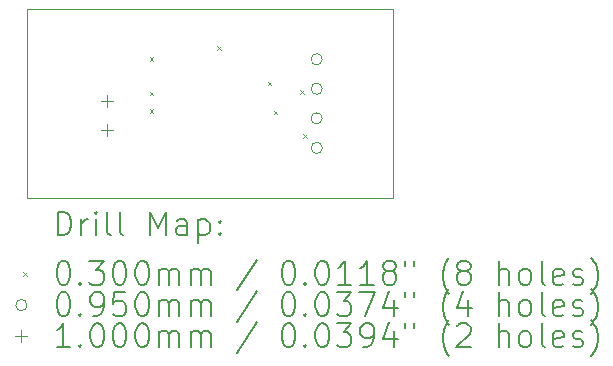
<source format=gbr>
%TF.GenerationSoftware,KiCad,Pcbnew,9.0.4*%
%TF.CreationDate,2025-11-13T19:39:49-05:00*%
%TF.ProjectId,thermistor circuit,74686572-6d69-4737-946f-722063697263,rev?*%
%TF.SameCoordinates,Original*%
%TF.FileFunction,Drillmap*%
%TF.FilePolarity,Positive*%
%FSLAX45Y45*%
G04 Gerber Fmt 4.5, Leading zero omitted, Abs format (unit mm)*
G04 Created by KiCad (PCBNEW 9.0.4) date 2025-11-13 19:39:49*
%MOMM*%
%LPD*%
G01*
G04 APERTURE LIST*
%ADD10C,0.050000*%
%ADD11C,0.200000*%
%ADD12C,0.100000*%
G04 APERTURE END LIST*
D10*
X17425000Y-7550000D02*
X20525000Y-7550000D01*
X20525000Y-9150000D01*
X17425000Y-9150000D01*
X17425000Y-7550000D01*
D11*
D12*
X18460000Y-7960000D02*
X18490000Y-7990000D01*
X18490000Y-7960000D02*
X18460000Y-7990000D01*
X18460000Y-8251388D02*
X18490000Y-8281388D01*
X18490000Y-8251388D02*
X18460000Y-8281388D01*
X18460000Y-8400000D02*
X18490000Y-8430000D01*
X18490000Y-8400000D02*
X18460000Y-8430000D01*
X19035000Y-7865000D02*
X19065000Y-7895000D01*
X19065000Y-7865000D02*
X19035000Y-7895000D01*
X19460000Y-8165000D02*
X19490000Y-8195000D01*
X19490000Y-8165000D02*
X19460000Y-8195000D01*
X19510000Y-8410000D02*
X19540000Y-8440000D01*
X19540000Y-8410000D02*
X19510000Y-8440000D01*
X19735000Y-8235000D02*
X19765000Y-8265000D01*
X19765000Y-8235000D02*
X19735000Y-8265000D01*
X19760000Y-8610000D02*
X19790000Y-8640000D01*
X19790000Y-8610000D02*
X19760000Y-8640000D01*
X19922500Y-7975000D02*
G75*
G02*
X19827500Y-7975000I-47500J0D01*
G01*
X19827500Y-7975000D02*
G75*
G02*
X19922500Y-7975000I47500J0D01*
G01*
X19922500Y-8225000D02*
G75*
G02*
X19827500Y-8225000I-47500J0D01*
G01*
X19827500Y-8225000D02*
G75*
G02*
X19922500Y-8225000I47500J0D01*
G01*
X19922500Y-8475000D02*
G75*
G02*
X19827500Y-8475000I-47500J0D01*
G01*
X19827500Y-8475000D02*
G75*
G02*
X19922500Y-8475000I47500J0D01*
G01*
X19922500Y-8725000D02*
G75*
G02*
X19827500Y-8725000I-47500J0D01*
G01*
X19827500Y-8725000D02*
G75*
G02*
X19922500Y-8725000I47500J0D01*
G01*
X18100000Y-8275000D02*
X18100000Y-8375000D01*
X18050000Y-8325000D02*
X18150000Y-8325000D01*
X18100000Y-8525000D02*
X18100000Y-8625000D01*
X18050000Y-8575000D02*
X18150000Y-8575000D01*
D11*
X17683277Y-9463984D02*
X17683277Y-9263984D01*
X17683277Y-9263984D02*
X17730896Y-9263984D01*
X17730896Y-9263984D02*
X17759467Y-9273508D01*
X17759467Y-9273508D02*
X17778515Y-9292555D01*
X17778515Y-9292555D02*
X17788039Y-9311603D01*
X17788039Y-9311603D02*
X17797563Y-9349698D01*
X17797563Y-9349698D02*
X17797563Y-9378270D01*
X17797563Y-9378270D02*
X17788039Y-9416365D01*
X17788039Y-9416365D02*
X17778515Y-9435412D01*
X17778515Y-9435412D02*
X17759467Y-9454460D01*
X17759467Y-9454460D02*
X17730896Y-9463984D01*
X17730896Y-9463984D02*
X17683277Y-9463984D01*
X17883277Y-9463984D02*
X17883277Y-9330650D01*
X17883277Y-9368746D02*
X17892801Y-9349698D01*
X17892801Y-9349698D02*
X17902324Y-9340174D01*
X17902324Y-9340174D02*
X17921372Y-9330650D01*
X17921372Y-9330650D02*
X17940420Y-9330650D01*
X18007086Y-9463984D02*
X18007086Y-9330650D01*
X18007086Y-9263984D02*
X17997563Y-9273508D01*
X17997563Y-9273508D02*
X18007086Y-9283031D01*
X18007086Y-9283031D02*
X18016610Y-9273508D01*
X18016610Y-9273508D02*
X18007086Y-9263984D01*
X18007086Y-9263984D02*
X18007086Y-9283031D01*
X18130896Y-9463984D02*
X18111848Y-9454460D01*
X18111848Y-9454460D02*
X18102324Y-9435412D01*
X18102324Y-9435412D02*
X18102324Y-9263984D01*
X18235658Y-9463984D02*
X18216610Y-9454460D01*
X18216610Y-9454460D02*
X18207086Y-9435412D01*
X18207086Y-9435412D02*
X18207086Y-9263984D01*
X18464229Y-9463984D02*
X18464229Y-9263984D01*
X18464229Y-9263984D02*
X18530896Y-9406841D01*
X18530896Y-9406841D02*
X18597563Y-9263984D01*
X18597563Y-9263984D02*
X18597563Y-9463984D01*
X18778515Y-9463984D02*
X18778515Y-9359222D01*
X18778515Y-9359222D02*
X18768991Y-9340174D01*
X18768991Y-9340174D02*
X18749944Y-9330650D01*
X18749944Y-9330650D02*
X18711848Y-9330650D01*
X18711848Y-9330650D02*
X18692801Y-9340174D01*
X18778515Y-9454460D02*
X18759467Y-9463984D01*
X18759467Y-9463984D02*
X18711848Y-9463984D01*
X18711848Y-9463984D02*
X18692801Y-9454460D01*
X18692801Y-9454460D02*
X18683277Y-9435412D01*
X18683277Y-9435412D02*
X18683277Y-9416365D01*
X18683277Y-9416365D02*
X18692801Y-9397317D01*
X18692801Y-9397317D02*
X18711848Y-9387793D01*
X18711848Y-9387793D02*
X18759467Y-9387793D01*
X18759467Y-9387793D02*
X18778515Y-9378270D01*
X18873753Y-9330650D02*
X18873753Y-9530650D01*
X18873753Y-9340174D02*
X18892801Y-9330650D01*
X18892801Y-9330650D02*
X18930896Y-9330650D01*
X18930896Y-9330650D02*
X18949944Y-9340174D01*
X18949944Y-9340174D02*
X18959467Y-9349698D01*
X18959467Y-9349698D02*
X18968991Y-9368746D01*
X18968991Y-9368746D02*
X18968991Y-9425889D01*
X18968991Y-9425889D02*
X18959467Y-9444936D01*
X18959467Y-9444936D02*
X18949944Y-9454460D01*
X18949944Y-9454460D02*
X18930896Y-9463984D01*
X18930896Y-9463984D02*
X18892801Y-9463984D01*
X18892801Y-9463984D02*
X18873753Y-9454460D01*
X19054705Y-9444936D02*
X19064229Y-9454460D01*
X19064229Y-9454460D02*
X19054705Y-9463984D01*
X19054705Y-9463984D02*
X19045182Y-9454460D01*
X19045182Y-9454460D02*
X19054705Y-9444936D01*
X19054705Y-9444936D02*
X19054705Y-9463984D01*
X19054705Y-9340174D02*
X19064229Y-9349698D01*
X19064229Y-9349698D02*
X19054705Y-9359222D01*
X19054705Y-9359222D02*
X19045182Y-9349698D01*
X19045182Y-9349698D02*
X19054705Y-9340174D01*
X19054705Y-9340174D02*
X19054705Y-9359222D01*
D12*
X17392500Y-9777500D02*
X17422500Y-9807500D01*
X17422500Y-9777500D02*
X17392500Y-9807500D01*
D11*
X17721372Y-9683984D02*
X17740420Y-9683984D01*
X17740420Y-9683984D02*
X17759467Y-9693508D01*
X17759467Y-9693508D02*
X17768991Y-9703031D01*
X17768991Y-9703031D02*
X17778515Y-9722079D01*
X17778515Y-9722079D02*
X17788039Y-9760174D01*
X17788039Y-9760174D02*
X17788039Y-9807793D01*
X17788039Y-9807793D02*
X17778515Y-9845889D01*
X17778515Y-9845889D02*
X17768991Y-9864936D01*
X17768991Y-9864936D02*
X17759467Y-9874460D01*
X17759467Y-9874460D02*
X17740420Y-9883984D01*
X17740420Y-9883984D02*
X17721372Y-9883984D01*
X17721372Y-9883984D02*
X17702324Y-9874460D01*
X17702324Y-9874460D02*
X17692801Y-9864936D01*
X17692801Y-9864936D02*
X17683277Y-9845889D01*
X17683277Y-9845889D02*
X17673753Y-9807793D01*
X17673753Y-9807793D02*
X17673753Y-9760174D01*
X17673753Y-9760174D02*
X17683277Y-9722079D01*
X17683277Y-9722079D02*
X17692801Y-9703031D01*
X17692801Y-9703031D02*
X17702324Y-9693508D01*
X17702324Y-9693508D02*
X17721372Y-9683984D01*
X17873753Y-9864936D02*
X17883277Y-9874460D01*
X17883277Y-9874460D02*
X17873753Y-9883984D01*
X17873753Y-9883984D02*
X17864229Y-9874460D01*
X17864229Y-9874460D02*
X17873753Y-9864936D01*
X17873753Y-9864936D02*
X17873753Y-9883984D01*
X17949944Y-9683984D02*
X18073753Y-9683984D01*
X18073753Y-9683984D02*
X18007086Y-9760174D01*
X18007086Y-9760174D02*
X18035658Y-9760174D01*
X18035658Y-9760174D02*
X18054705Y-9769698D01*
X18054705Y-9769698D02*
X18064229Y-9779222D01*
X18064229Y-9779222D02*
X18073753Y-9798270D01*
X18073753Y-9798270D02*
X18073753Y-9845889D01*
X18073753Y-9845889D02*
X18064229Y-9864936D01*
X18064229Y-9864936D02*
X18054705Y-9874460D01*
X18054705Y-9874460D02*
X18035658Y-9883984D01*
X18035658Y-9883984D02*
X17978515Y-9883984D01*
X17978515Y-9883984D02*
X17959467Y-9874460D01*
X17959467Y-9874460D02*
X17949944Y-9864936D01*
X18197563Y-9683984D02*
X18216610Y-9683984D01*
X18216610Y-9683984D02*
X18235658Y-9693508D01*
X18235658Y-9693508D02*
X18245182Y-9703031D01*
X18245182Y-9703031D02*
X18254705Y-9722079D01*
X18254705Y-9722079D02*
X18264229Y-9760174D01*
X18264229Y-9760174D02*
X18264229Y-9807793D01*
X18264229Y-9807793D02*
X18254705Y-9845889D01*
X18254705Y-9845889D02*
X18245182Y-9864936D01*
X18245182Y-9864936D02*
X18235658Y-9874460D01*
X18235658Y-9874460D02*
X18216610Y-9883984D01*
X18216610Y-9883984D02*
X18197563Y-9883984D01*
X18197563Y-9883984D02*
X18178515Y-9874460D01*
X18178515Y-9874460D02*
X18168991Y-9864936D01*
X18168991Y-9864936D02*
X18159467Y-9845889D01*
X18159467Y-9845889D02*
X18149944Y-9807793D01*
X18149944Y-9807793D02*
X18149944Y-9760174D01*
X18149944Y-9760174D02*
X18159467Y-9722079D01*
X18159467Y-9722079D02*
X18168991Y-9703031D01*
X18168991Y-9703031D02*
X18178515Y-9693508D01*
X18178515Y-9693508D02*
X18197563Y-9683984D01*
X18388039Y-9683984D02*
X18407086Y-9683984D01*
X18407086Y-9683984D02*
X18426134Y-9693508D01*
X18426134Y-9693508D02*
X18435658Y-9703031D01*
X18435658Y-9703031D02*
X18445182Y-9722079D01*
X18445182Y-9722079D02*
X18454705Y-9760174D01*
X18454705Y-9760174D02*
X18454705Y-9807793D01*
X18454705Y-9807793D02*
X18445182Y-9845889D01*
X18445182Y-9845889D02*
X18435658Y-9864936D01*
X18435658Y-9864936D02*
X18426134Y-9874460D01*
X18426134Y-9874460D02*
X18407086Y-9883984D01*
X18407086Y-9883984D02*
X18388039Y-9883984D01*
X18388039Y-9883984D02*
X18368991Y-9874460D01*
X18368991Y-9874460D02*
X18359467Y-9864936D01*
X18359467Y-9864936D02*
X18349944Y-9845889D01*
X18349944Y-9845889D02*
X18340420Y-9807793D01*
X18340420Y-9807793D02*
X18340420Y-9760174D01*
X18340420Y-9760174D02*
X18349944Y-9722079D01*
X18349944Y-9722079D02*
X18359467Y-9703031D01*
X18359467Y-9703031D02*
X18368991Y-9693508D01*
X18368991Y-9693508D02*
X18388039Y-9683984D01*
X18540420Y-9883984D02*
X18540420Y-9750650D01*
X18540420Y-9769698D02*
X18549944Y-9760174D01*
X18549944Y-9760174D02*
X18568991Y-9750650D01*
X18568991Y-9750650D02*
X18597563Y-9750650D01*
X18597563Y-9750650D02*
X18616610Y-9760174D01*
X18616610Y-9760174D02*
X18626134Y-9779222D01*
X18626134Y-9779222D02*
X18626134Y-9883984D01*
X18626134Y-9779222D02*
X18635658Y-9760174D01*
X18635658Y-9760174D02*
X18654705Y-9750650D01*
X18654705Y-9750650D02*
X18683277Y-9750650D01*
X18683277Y-9750650D02*
X18702325Y-9760174D01*
X18702325Y-9760174D02*
X18711848Y-9779222D01*
X18711848Y-9779222D02*
X18711848Y-9883984D01*
X18807086Y-9883984D02*
X18807086Y-9750650D01*
X18807086Y-9769698D02*
X18816610Y-9760174D01*
X18816610Y-9760174D02*
X18835658Y-9750650D01*
X18835658Y-9750650D02*
X18864229Y-9750650D01*
X18864229Y-9750650D02*
X18883277Y-9760174D01*
X18883277Y-9760174D02*
X18892801Y-9779222D01*
X18892801Y-9779222D02*
X18892801Y-9883984D01*
X18892801Y-9779222D02*
X18902325Y-9760174D01*
X18902325Y-9760174D02*
X18921372Y-9750650D01*
X18921372Y-9750650D02*
X18949944Y-9750650D01*
X18949944Y-9750650D02*
X18968991Y-9760174D01*
X18968991Y-9760174D02*
X18978515Y-9779222D01*
X18978515Y-9779222D02*
X18978515Y-9883984D01*
X19368991Y-9674460D02*
X19197563Y-9931603D01*
X19626134Y-9683984D02*
X19645182Y-9683984D01*
X19645182Y-9683984D02*
X19664229Y-9693508D01*
X19664229Y-9693508D02*
X19673753Y-9703031D01*
X19673753Y-9703031D02*
X19683277Y-9722079D01*
X19683277Y-9722079D02*
X19692801Y-9760174D01*
X19692801Y-9760174D02*
X19692801Y-9807793D01*
X19692801Y-9807793D02*
X19683277Y-9845889D01*
X19683277Y-9845889D02*
X19673753Y-9864936D01*
X19673753Y-9864936D02*
X19664229Y-9874460D01*
X19664229Y-9874460D02*
X19645182Y-9883984D01*
X19645182Y-9883984D02*
X19626134Y-9883984D01*
X19626134Y-9883984D02*
X19607087Y-9874460D01*
X19607087Y-9874460D02*
X19597563Y-9864936D01*
X19597563Y-9864936D02*
X19588039Y-9845889D01*
X19588039Y-9845889D02*
X19578515Y-9807793D01*
X19578515Y-9807793D02*
X19578515Y-9760174D01*
X19578515Y-9760174D02*
X19588039Y-9722079D01*
X19588039Y-9722079D02*
X19597563Y-9703031D01*
X19597563Y-9703031D02*
X19607087Y-9693508D01*
X19607087Y-9693508D02*
X19626134Y-9683984D01*
X19778515Y-9864936D02*
X19788039Y-9874460D01*
X19788039Y-9874460D02*
X19778515Y-9883984D01*
X19778515Y-9883984D02*
X19768991Y-9874460D01*
X19768991Y-9874460D02*
X19778515Y-9864936D01*
X19778515Y-9864936D02*
X19778515Y-9883984D01*
X19911848Y-9683984D02*
X19930896Y-9683984D01*
X19930896Y-9683984D02*
X19949944Y-9693508D01*
X19949944Y-9693508D02*
X19959468Y-9703031D01*
X19959468Y-9703031D02*
X19968991Y-9722079D01*
X19968991Y-9722079D02*
X19978515Y-9760174D01*
X19978515Y-9760174D02*
X19978515Y-9807793D01*
X19978515Y-9807793D02*
X19968991Y-9845889D01*
X19968991Y-9845889D02*
X19959468Y-9864936D01*
X19959468Y-9864936D02*
X19949944Y-9874460D01*
X19949944Y-9874460D02*
X19930896Y-9883984D01*
X19930896Y-9883984D02*
X19911848Y-9883984D01*
X19911848Y-9883984D02*
X19892801Y-9874460D01*
X19892801Y-9874460D02*
X19883277Y-9864936D01*
X19883277Y-9864936D02*
X19873753Y-9845889D01*
X19873753Y-9845889D02*
X19864229Y-9807793D01*
X19864229Y-9807793D02*
X19864229Y-9760174D01*
X19864229Y-9760174D02*
X19873753Y-9722079D01*
X19873753Y-9722079D02*
X19883277Y-9703031D01*
X19883277Y-9703031D02*
X19892801Y-9693508D01*
X19892801Y-9693508D02*
X19911848Y-9683984D01*
X20168991Y-9883984D02*
X20054706Y-9883984D01*
X20111848Y-9883984D02*
X20111848Y-9683984D01*
X20111848Y-9683984D02*
X20092801Y-9712555D01*
X20092801Y-9712555D02*
X20073753Y-9731603D01*
X20073753Y-9731603D02*
X20054706Y-9741127D01*
X20359468Y-9883984D02*
X20245182Y-9883984D01*
X20302325Y-9883984D02*
X20302325Y-9683984D01*
X20302325Y-9683984D02*
X20283277Y-9712555D01*
X20283277Y-9712555D02*
X20264229Y-9731603D01*
X20264229Y-9731603D02*
X20245182Y-9741127D01*
X20473753Y-9769698D02*
X20454706Y-9760174D01*
X20454706Y-9760174D02*
X20445182Y-9750650D01*
X20445182Y-9750650D02*
X20435658Y-9731603D01*
X20435658Y-9731603D02*
X20435658Y-9722079D01*
X20435658Y-9722079D02*
X20445182Y-9703031D01*
X20445182Y-9703031D02*
X20454706Y-9693508D01*
X20454706Y-9693508D02*
X20473753Y-9683984D01*
X20473753Y-9683984D02*
X20511849Y-9683984D01*
X20511849Y-9683984D02*
X20530896Y-9693508D01*
X20530896Y-9693508D02*
X20540420Y-9703031D01*
X20540420Y-9703031D02*
X20549944Y-9722079D01*
X20549944Y-9722079D02*
X20549944Y-9731603D01*
X20549944Y-9731603D02*
X20540420Y-9750650D01*
X20540420Y-9750650D02*
X20530896Y-9760174D01*
X20530896Y-9760174D02*
X20511849Y-9769698D01*
X20511849Y-9769698D02*
X20473753Y-9769698D01*
X20473753Y-9769698D02*
X20454706Y-9779222D01*
X20454706Y-9779222D02*
X20445182Y-9788746D01*
X20445182Y-9788746D02*
X20435658Y-9807793D01*
X20435658Y-9807793D02*
X20435658Y-9845889D01*
X20435658Y-9845889D02*
X20445182Y-9864936D01*
X20445182Y-9864936D02*
X20454706Y-9874460D01*
X20454706Y-9874460D02*
X20473753Y-9883984D01*
X20473753Y-9883984D02*
X20511849Y-9883984D01*
X20511849Y-9883984D02*
X20530896Y-9874460D01*
X20530896Y-9874460D02*
X20540420Y-9864936D01*
X20540420Y-9864936D02*
X20549944Y-9845889D01*
X20549944Y-9845889D02*
X20549944Y-9807793D01*
X20549944Y-9807793D02*
X20540420Y-9788746D01*
X20540420Y-9788746D02*
X20530896Y-9779222D01*
X20530896Y-9779222D02*
X20511849Y-9769698D01*
X20626134Y-9683984D02*
X20626134Y-9722079D01*
X20702325Y-9683984D02*
X20702325Y-9722079D01*
X20997563Y-9960174D02*
X20988039Y-9950650D01*
X20988039Y-9950650D02*
X20968991Y-9922079D01*
X20968991Y-9922079D02*
X20959468Y-9903031D01*
X20959468Y-9903031D02*
X20949944Y-9874460D01*
X20949944Y-9874460D02*
X20940420Y-9826841D01*
X20940420Y-9826841D02*
X20940420Y-9788746D01*
X20940420Y-9788746D02*
X20949944Y-9741127D01*
X20949944Y-9741127D02*
X20959468Y-9712555D01*
X20959468Y-9712555D02*
X20968991Y-9693508D01*
X20968991Y-9693508D02*
X20988039Y-9664936D01*
X20988039Y-9664936D02*
X20997563Y-9655412D01*
X21102325Y-9769698D02*
X21083277Y-9760174D01*
X21083277Y-9760174D02*
X21073753Y-9750650D01*
X21073753Y-9750650D02*
X21064230Y-9731603D01*
X21064230Y-9731603D02*
X21064230Y-9722079D01*
X21064230Y-9722079D02*
X21073753Y-9703031D01*
X21073753Y-9703031D02*
X21083277Y-9693508D01*
X21083277Y-9693508D02*
X21102325Y-9683984D01*
X21102325Y-9683984D02*
X21140420Y-9683984D01*
X21140420Y-9683984D02*
X21159468Y-9693508D01*
X21159468Y-9693508D02*
X21168991Y-9703031D01*
X21168991Y-9703031D02*
X21178515Y-9722079D01*
X21178515Y-9722079D02*
X21178515Y-9731603D01*
X21178515Y-9731603D02*
X21168991Y-9750650D01*
X21168991Y-9750650D02*
X21159468Y-9760174D01*
X21159468Y-9760174D02*
X21140420Y-9769698D01*
X21140420Y-9769698D02*
X21102325Y-9769698D01*
X21102325Y-9769698D02*
X21083277Y-9779222D01*
X21083277Y-9779222D02*
X21073753Y-9788746D01*
X21073753Y-9788746D02*
X21064230Y-9807793D01*
X21064230Y-9807793D02*
X21064230Y-9845889D01*
X21064230Y-9845889D02*
X21073753Y-9864936D01*
X21073753Y-9864936D02*
X21083277Y-9874460D01*
X21083277Y-9874460D02*
X21102325Y-9883984D01*
X21102325Y-9883984D02*
X21140420Y-9883984D01*
X21140420Y-9883984D02*
X21159468Y-9874460D01*
X21159468Y-9874460D02*
X21168991Y-9864936D01*
X21168991Y-9864936D02*
X21178515Y-9845889D01*
X21178515Y-9845889D02*
X21178515Y-9807793D01*
X21178515Y-9807793D02*
X21168991Y-9788746D01*
X21168991Y-9788746D02*
X21159468Y-9779222D01*
X21159468Y-9779222D02*
X21140420Y-9769698D01*
X21416611Y-9883984D02*
X21416611Y-9683984D01*
X21502325Y-9883984D02*
X21502325Y-9779222D01*
X21502325Y-9779222D02*
X21492801Y-9760174D01*
X21492801Y-9760174D02*
X21473753Y-9750650D01*
X21473753Y-9750650D02*
X21445182Y-9750650D01*
X21445182Y-9750650D02*
X21426134Y-9760174D01*
X21426134Y-9760174D02*
X21416611Y-9769698D01*
X21626134Y-9883984D02*
X21607087Y-9874460D01*
X21607087Y-9874460D02*
X21597563Y-9864936D01*
X21597563Y-9864936D02*
X21588039Y-9845889D01*
X21588039Y-9845889D02*
X21588039Y-9788746D01*
X21588039Y-9788746D02*
X21597563Y-9769698D01*
X21597563Y-9769698D02*
X21607087Y-9760174D01*
X21607087Y-9760174D02*
X21626134Y-9750650D01*
X21626134Y-9750650D02*
X21654706Y-9750650D01*
X21654706Y-9750650D02*
X21673753Y-9760174D01*
X21673753Y-9760174D02*
X21683277Y-9769698D01*
X21683277Y-9769698D02*
X21692801Y-9788746D01*
X21692801Y-9788746D02*
X21692801Y-9845889D01*
X21692801Y-9845889D02*
X21683277Y-9864936D01*
X21683277Y-9864936D02*
X21673753Y-9874460D01*
X21673753Y-9874460D02*
X21654706Y-9883984D01*
X21654706Y-9883984D02*
X21626134Y-9883984D01*
X21807087Y-9883984D02*
X21788039Y-9874460D01*
X21788039Y-9874460D02*
X21778515Y-9855412D01*
X21778515Y-9855412D02*
X21778515Y-9683984D01*
X21959468Y-9874460D02*
X21940420Y-9883984D01*
X21940420Y-9883984D02*
X21902325Y-9883984D01*
X21902325Y-9883984D02*
X21883277Y-9874460D01*
X21883277Y-9874460D02*
X21873753Y-9855412D01*
X21873753Y-9855412D02*
X21873753Y-9779222D01*
X21873753Y-9779222D02*
X21883277Y-9760174D01*
X21883277Y-9760174D02*
X21902325Y-9750650D01*
X21902325Y-9750650D02*
X21940420Y-9750650D01*
X21940420Y-9750650D02*
X21959468Y-9760174D01*
X21959468Y-9760174D02*
X21968992Y-9779222D01*
X21968992Y-9779222D02*
X21968992Y-9798270D01*
X21968992Y-9798270D02*
X21873753Y-9817317D01*
X22045182Y-9874460D02*
X22064230Y-9883984D01*
X22064230Y-9883984D02*
X22102325Y-9883984D01*
X22102325Y-9883984D02*
X22121373Y-9874460D01*
X22121373Y-9874460D02*
X22130896Y-9855412D01*
X22130896Y-9855412D02*
X22130896Y-9845889D01*
X22130896Y-9845889D02*
X22121373Y-9826841D01*
X22121373Y-9826841D02*
X22102325Y-9817317D01*
X22102325Y-9817317D02*
X22073753Y-9817317D01*
X22073753Y-9817317D02*
X22054706Y-9807793D01*
X22054706Y-9807793D02*
X22045182Y-9788746D01*
X22045182Y-9788746D02*
X22045182Y-9779222D01*
X22045182Y-9779222D02*
X22054706Y-9760174D01*
X22054706Y-9760174D02*
X22073753Y-9750650D01*
X22073753Y-9750650D02*
X22102325Y-9750650D01*
X22102325Y-9750650D02*
X22121373Y-9760174D01*
X22197563Y-9960174D02*
X22207087Y-9950650D01*
X22207087Y-9950650D02*
X22226134Y-9922079D01*
X22226134Y-9922079D02*
X22235658Y-9903031D01*
X22235658Y-9903031D02*
X22245182Y-9874460D01*
X22245182Y-9874460D02*
X22254706Y-9826841D01*
X22254706Y-9826841D02*
X22254706Y-9788746D01*
X22254706Y-9788746D02*
X22245182Y-9741127D01*
X22245182Y-9741127D02*
X22235658Y-9712555D01*
X22235658Y-9712555D02*
X22226134Y-9693508D01*
X22226134Y-9693508D02*
X22207087Y-9664936D01*
X22207087Y-9664936D02*
X22197563Y-9655412D01*
D12*
X17422500Y-10056500D02*
G75*
G02*
X17327500Y-10056500I-47500J0D01*
G01*
X17327500Y-10056500D02*
G75*
G02*
X17422500Y-10056500I47500J0D01*
G01*
D11*
X17721372Y-9947984D02*
X17740420Y-9947984D01*
X17740420Y-9947984D02*
X17759467Y-9957508D01*
X17759467Y-9957508D02*
X17768991Y-9967031D01*
X17768991Y-9967031D02*
X17778515Y-9986079D01*
X17778515Y-9986079D02*
X17788039Y-10024174D01*
X17788039Y-10024174D02*
X17788039Y-10071793D01*
X17788039Y-10071793D02*
X17778515Y-10109889D01*
X17778515Y-10109889D02*
X17768991Y-10128936D01*
X17768991Y-10128936D02*
X17759467Y-10138460D01*
X17759467Y-10138460D02*
X17740420Y-10147984D01*
X17740420Y-10147984D02*
X17721372Y-10147984D01*
X17721372Y-10147984D02*
X17702324Y-10138460D01*
X17702324Y-10138460D02*
X17692801Y-10128936D01*
X17692801Y-10128936D02*
X17683277Y-10109889D01*
X17683277Y-10109889D02*
X17673753Y-10071793D01*
X17673753Y-10071793D02*
X17673753Y-10024174D01*
X17673753Y-10024174D02*
X17683277Y-9986079D01*
X17683277Y-9986079D02*
X17692801Y-9967031D01*
X17692801Y-9967031D02*
X17702324Y-9957508D01*
X17702324Y-9957508D02*
X17721372Y-9947984D01*
X17873753Y-10128936D02*
X17883277Y-10138460D01*
X17883277Y-10138460D02*
X17873753Y-10147984D01*
X17873753Y-10147984D02*
X17864229Y-10138460D01*
X17864229Y-10138460D02*
X17873753Y-10128936D01*
X17873753Y-10128936D02*
X17873753Y-10147984D01*
X17978515Y-10147984D02*
X18016610Y-10147984D01*
X18016610Y-10147984D02*
X18035658Y-10138460D01*
X18035658Y-10138460D02*
X18045182Y-10128936D01*
X18045182Y-10128936D02*
X18064229Y-10100365D01*
X18064229Y-10100365D02*
X18073753Y-10062270D01*
X18073753Y-10062270D02*
X18073753Y-9986079D01*
X18073753Y-9986079D02*
X18064229Y-9967031D01*
X18064229Y-9967031D02*
X18054705Y-9957508D01*
X18054705Y-9957508D02*
X18035658Y-9947984D01*
X18035658Y-9947984D02*
X17997563Y-9947984D01*
X17997563Y-9947984D02*
X17978515Y-9957508D01*
X17978515Y-9957508D02*
X17968991Y-9967031D01*
X17968991Y-9967031D02*
X17959467Y-9986079D01*
X17959467Y-9986079D02*
X17959467Y-10033698D01*
X17959467Y-10033698D02*
X17968991Y-10052746D01*
X17968991Y-10052746D02*
X17978515Y-10062270D01*
X17978515Y-10062270D02*
X17997563Y-10071793D01*
X17997563Y-10071793D02*
X18035658Y-10071793D01*
X18035658Y-10071793D02*
X18054705Y-10062270D01*
X18054705Y-10062270D02*
X18064229Y-10052746D01*
X18064229Y-10052746D02*
X18073753Y-10033698D01*
X18254705Y-9947984D02*
X18159467Y-9947984D01*
X18159467Y-9947984D02*
X18149944Y-10043222D01*
X18149944Y-10043222D02*
X18159467Y-10033698D01*
X18159467Y-10033698D02*
X18178515Y-10024174D01*
X18178515Y-10024174D02*
X18226134Y-10024174D01*
X18226134Y-10024174D02*
X18245182Y-10033698D01*
X18245182Y-10033698D02*
X18254705Y-10043222D01*
X18254705Y-10043222D02*
X18264229Y-10062270D01*
X18264229Y-10062270D02*
X18264229Y-10109889D01*
X18264229Y-10109889D02*
X18254705Y-10128936D01*
X18254705Y-10128936D02*
X18245182Y-10138460D01*
X18245182Y-10138460D02*
X18226134Y-10147984D01*
X18226134Y-10147984D02*
X18178515Y-10147984D01*
X18178515Y-10147984D02*
X18159467Y-10138460D01*
X18159467Y-10138460D02*
X18149944Y-10128936D01*
X18388039Y-9947984D02*
X18407086Y-9947984D01*
X18407086Y-9947984D02*
X18426134Y-9957508D01*
X18426134Y-9957508D02*
X18435658Y-9967031D01*
X18435658Y-9967031D02*
X18445182Y-9986079D01*
X18445182Y-9986079D02*
X18454705Y-10024174D01*
X18454705Y-10024174D02*
X18454705Y-10071793D01*
X18454705Y-10071793D02*
X18445182Y-10109889D01*
X18445182Y-10109889D02*
X18435658Y-10128936D01*
X18435658Y-10128936D02*
X18426134Y-10138460D01*
X18426134Y-10138460D02*
X18407086Y-10147984D01*
X18407086Y-10147984D02*
X18388039Y-10147984D01*
X18388039Y-10147984D02*
X18368991Y-10138460D01*
X18368991Y-10138460D02*
X18359467Y-10128936D01*
X18359467Y-10128936D02*
X18349944Y-10109889D01*
X18349944Y-10109889D02*
X18340420Y-10071793D01*
X18340420Y-10071793D02*
X18340420Y-10024174D01*
X18340420Y-10024174D02*
X18349944Y-9986079D01*
X18349944Y-9986079D02*
X18359467Y-9967031D01*
X18359467Y-9967031D02*
X18368991Y-9957508D01*
X18368991Y-9957508D02*
X18388039Y-9947984D01*
X18540420Y-10147984D02*
X18540420Y-10014650D01*
X18540420Y-10033698D02*
X18549944Y-10024174D01*
X18549944Y-10024174D02*
X18568991Y-10014650D01*
X18568991Y-10014650D02*
X18597563Y-10014650D01*
X18597563Y-10014650D02*
X18616610Y-10024174D01*
X18616610Y-10024174D02*
X18626134Y-10043222D01*
X18626134Y-10043222D02*
X18626134Y-10147984D01*
X18626134Y-10043222D02*
X18635658Y-10024174D01*
X18635658Y-10024174D02*
X18654705Y-10014650D01*
X18654705Y-10014650D02*
X18683277Y-10014650D01*
X18683277Y-10014650D02*
X18702325Y-10024174D01*
X18702325Y-10024174D02*
X18711848Y-10043222D01*
X18711848Y-10043222D02*
X18711848Y-10147984D01*
X18807086Y-10147984D02*
X18807086Y-10014650D01*
X18807086Y-10033698D02*
X18816610Y-10024174D01*
X18816610Y-10024174D02*
X18835658Y-10014650D01*
X18835658Y-10014650D02*
X18864229Y-10014650D01*
X18864229Y-10014650D02*
X18883277Y-10024174D01*
X18883277Y-10024174D02*
X18892801Y-10043222D01*
X18892801Y-10043222D02*
X18892801Y-10147984D01*
X18892801Y-10043222D02*
X18902325Y-10024174D01*
X18902325Y-10024174D02*
X18921372Y-10014650D01*
X18921372Y-10014650D02*
X18949944Y-10014650D01*
X18949944Y-10014650D02*
X18968991Y-10024174D01*
X18968991Y-10024174D02*
X18978515Y-10043222D01*
X18978515Y-10043222D02*
X18978515Y-10147984D01*
X19368991Y-9938460D02*
X19197563Y-10195603D01*
X19626134Y-9947984D02*
X19645182Y-9947984D01*
X19645182Y-9947984D02*
X19664229Y-9957508D01*
X19664229Y-9957508D02*
X19673753Y-9967031D01*
X19673753Y-9967031D02*
X19683277Y-9986079D01*
X19683277Y-9986079D02*
X19692801Y-10024174D01*
X19692801Y-10024174D02*
X19692801Y-10071793D01*
X19692801Y-10071793D02*
X19683277Y-10109889D01*
X19683277Y-10109889D02*
X19673753Y-10128936D01*
X19673753Y-10128936D02*
X19664229Y-10138460D01*
X19664229Y-10138460D02*
X19645182Y-10147984D01*
X19645182Y-10147984D02*
X19626134Y-10147984D01*
X19626134Y-10147984D02*
X19607087Y-10138460D01*
X19607087Y-10138460D02*
X19597563Y-10128936D01*
X19597563Y-10128936D02*
X19588039Y-10109889D01*
X19588039Y-10109889D02*
X19578515Y-10071793D01*
X19578515Y-10071793D02*
X19578515Y-10024174D01*
X19578515Y-10024174D02*
X19588039Y-9986079D01*
X19588039Y-9986079D02*
X19597563Y-9967031D01*
X19597563Y-9967031D02*
X19607087Y-9957508D01*
X19607087Y-9957508D02*
X19626134Y-9947984D01*
X19778515Y-10128936D02*
X19788039Y-10138460D01*
X19788039Y-10138460D02*
X19778515Y-10147984D01*
X19778515Y-10147984D02*
X19768991Y-10138460D01*
X19768991Y-10138460D02*
X19778515Y-10128936D01*
X19778515Y-10128936D02*
X19778515Y-10147984D01*
X19911848Y-9947984D02*
X19930896Y-9947984D01*
X19930896Y-9947984D02*
X19949944Y-9957508D01*
X19949944Y-9957508D02*
X19959468Y-9967031D01*
X19959468Y-9967031D02*
X19968991Y-9986079D01*
X19968991Y-9986079D02*
X19978515Y-10024174D01*
X19978515Y-10024174D02*
X19978515Y-10071793D01*
X19978515Y-10071793D02*
X19968991Y-10109889D01*
X19968991Y-10109889D02*
X19959468Y-10128936D01*
X19959468Y-10128936D02*
X19949944Y-10138460D01*
X19949944Y-10138460D02*
X19930896Y-10147984D01*
X19930896Y-10147984D02*
X19911848Y-10147984D01*
X19911848Y-10147984D02*
X19892801Y-10138460D01*
X19892801Y-10138460D02*
X19883277Y-10128936D01*
X19883277Y-10128936D02*
X19873753Y-10109889D01*
X19873753Y-10109889D02*
X19864229Y-10071793D01*
X19864229Y-10071793D02*
X19864229Y-10024174D01*
X19864229Y-10024174D02*
X19873753Y-9986079D01*
X19873753Y-9986079D02*
X19883277Y-9967031D01*
X19883277Y-9967031D02*
X19892801Y-9957508D01*
X19892801Y-9957508D02*
X19911848Y-9947984D01*
X20045182Y-9947984D02*
X20168991Y-9947984D01*
X20168991Y-9947984D02*
X20102325Y-10024174D01*
X20102325Y-10024174D02*
X20130896Y-10024174D01*
X20130896Y-10024174D02*
X20149944Y-10033698D01*
X20149944Y-10033698D02*
X20159468Y-10043222D01*
X20159468Y-10043222D02*
X20168991Y-10062270D01*
X20168991Y-10062270D02*
X20168991Y-10109889D01*
X20168991Y-10109889D02*
X20159468Y-10128936D01*
X20159468Y-10128936D02*
X20149944Y-10138460D01*
X20149944Y-10138460D02*
X20130896Y-10147984D01*
X20130896Y-10147984D02*
X20073753Y-10147984D01*
X20073753Y-10147984D02*
X20054706Y-10138460D01*
X20054706Y-10138460D02*
X20045182Y-10128936D01*
X20235658Y-9947984D02*
X20368991Y-9947984D01*
X20368991Y-9947984D02*
X20283277Y-10147984D01*
X20530896Y-10014650D02*
X20530896Y-10147984D01*
X20483277Y-9938460D02*
X20435658Y-10081317D01*
X20435658Y-10081317D02*
X20559468Y-10081317D01*
X20626134Y-9947984D02*
X20626134Y-9986079D01*
X20702325Y-9947984D02*
X20702325Y-9986079D01*
X20997563Y-10224174D02*
X20988039Y-10214650D01*
X20988039Y-10214650D02*
X20968991Y-10186079D01*
X20968991Y-10186079D02*
X20959468Y-10167031D01*
X20959468Y-10167031D02*
X20949944Y-10138460D01*
X20949944Y-10138460D02*
X20940420Y-10090841D01*
X20940420Y-10090841D02*
X20940420Y-10052746D01*
X20940420Y-10052746D02*
X20949944Y-10005127D01*
X20949944Y-10005127D02*
X20959468Y-9976555D01*
X20959468Y-9976555D02*
X20968991Y-9957508D01*
X20968991Y-9957508D02*
X20988039Y-9928936D01*
X20988039Y-9928936D02*
X20997563Y-9919412D01*
X21159468Y-10014650D02*
X21159468Y-10147984D01*
X21111849Y-9938460D02*
X21064230Y-10081317D01*
X21064230Y-10081317D02*
X21188039Y-10081317D01*
X21416611Y-10147984D02*
X21416611Y-9947984D01*
X21502325Y-10147984D02*
X21502325Y-10043222D01*
X21502325Y-10043222D02*
X21492801Y-10024174D01*
X21492801Y-10024174D02*
X21473753Y-10014650D01*
X21473753Y-10014650D02*
X21445182Y-10014650D01*
X21445182Y-10014650D02*
X21426134Y-10024174D01*
X21426134Y-10024174D02*
X21416611Y-10033698D01*
X21626134Y-10147984D02*
X21607087Y-10138460D01*
X21607087Y-10138460D02*
X21597563Y-10128936D01*
X21597563Y-10128936D02*
X21588039Y-10109889D01*
X21588039Y-10109889D02*
X21588039Y-10052746D01*
X21588039Y-10052746D02*
X21597563Y-10033698D01*
X21597563Y-10033698D02*
X21607087Y-10024174D01*
X21607087Y-10024174D02*
X21626134Y-10014650D01*
X21626134Y-10014650D02*
X21654706Y-10014650D01*
X21654706Y-10014650D02*
X21673753Y-10024174D01*
X21673753Y-10024174D02*
X21683277Y-10033698D01*
X21683277Y-10033698D02*
X21692801Y-10052746D01*
X21692801Y-10052746D02*
X21692801Y-10109889D01*
X21692801Y-10109889D02*
X21683277Y-10128936D01*
X21683277Y-10128936D02*
X21673753Y-10138460D01*
X21673753Y-10138460D02*
X21654706Y-10147984D01*
X21654706Y-10147984D02*
X21626134Y-10147984D01*
X21807087Y-10147984D02*
X21788039Y-10138460D01*
X21788039Y-10138460D02*
X21778515Y-10119412D01*
X21778515Y-10119412D02*
X21778515Y-9947984D01*
X21959468Y-10138460D02*
X21940420Y-10147984D01*
X21940420Y-10147984D02*
X21902325Y-10147984D01*
X21902325Y-10147984D02*
X21883277Y-10138460D01*
X21883277Y-10138460D02*
X21873753Y-10119412D01*
X21873753Y-10119412D02*
X21873753Y-10043222D01*
X21873753Y-10043222D02*
X21883277Y-10024174D01*
X21883277Y-10024174D02*
X21902325Y-10014650D01*
X21902325Y-10014650D02*
X21940420Y-10014650D01*
X21940420Y-10014650D02*
X21959468Y-10024174D01*
X21959468Y-10024174D02*
X21968992Y-10043222D01*
X21968992Y-10043222D02*
X21968992Y-10062270D01*
X21968992Y-10062270D02*
X21873753Y-10081317D01*
X22045182Y-10138460D02*
X22064230Y-10147984D01*
X22064230Y-10147984D02*
X22102325Y-10147984D01*
X22102325Y-10147984D02*
X22121373Y-10138460D01*
X22121373Y-10138460D02*
X22130896Y-10119412D01*
X22130896Y-10119412D02*
X22130896Y-10109889D01*
X22130896Y-10109889D02*
X22121373Y-10090841D01*
X22121373Y-10090841D02*
X22102325Y-10081317D01*
X22102325Y-10081317D02*
X22073753Y-10081317D01*
X22073753Y-10081317D02*
X22054706Y-10071793D01*
X22054706Y-10071793D02*
X22045182Y-10052746D01*
X22045182Y-10052746D02*
X22045182Y-10043222D01*
X22045182Y-10043222D02*
X22054706Y-10024174D01*
X22054706Y-10024174D02*
X22073753Y-10014650D01*
X22073753Y-10014650D02*
X22102325Y-10014650D01*
X22102325Y-10014650D02*
X22121373Y-10024174D01*
X22197563Y-10224174D02*
X22207087Y-10214650D01*
X22207087Y-10214650D02*
X22226134Y-10186079D01*
X22226134Y-10186079D02*
X22235658Y-10167031D01*
X22235658Y-10167031D02*
X22245182Y-10138460D01*
X22245182Y-10138460D02*
X22254706Y-10090841D01*
X22254706Y-10090841D02*
X22254706Y-10052746D01*
X22254706Y-10052746D02*
X22245182Y-10005127D01*
X22245182Y-10005127D02*
X22235658Y-9976555D01*
X22235658Y-9976555D02*
X22226134Y-9957508D01*
X22226134Y-9957508D02*
X22207087Y-9928936D01*
X22207087Y-9928936D02*
X22197563Y-9919412D01*
D12*
X17372500Y-10270500D02*
X17372500Y-10370500D01*
X17322500Y-10320500D02*
X17422500Y-10320500D01*
D11*
X17788039Y-10411984D02*
X17673753Y-10411984D01*
X17730896Y-10411984D02*
X17730896Y-10211984D01*
X17730896Y-10211984D02*
X17711848Y-10240555D01*
X17711848Y-10240555D02*
X17692801Y-10259603D01*
X17692801Y-10259603D02*
X17673753Y-10269127D01*
X17873753Y-10392936D02*
X17883277Y-10402460D01*
X17883277Y-10402460D02*
X17873753Y-10411984D01*
X17873753Y-10411984D02*
X17864229Y-10402460D01*
X17864229Y-10402460D02*
X17873753Y-10392936D01*
X17873753Y-10392936D02*
X17873753Y-10411984D01*
X18007086Y-10211984D02*
X18026134Y-10211984D01*
X18026134Y-10211984D02*
X18045182Y-10221508D01*
X18045182Y-10221508D02*
X18054705Y-10231031D01*
X18054705Y-10231031D02*
X18064229Y-10250079D01*
X18064229Y-10250079D02*
X18073753Y-10288174D01*
X18073753Y-10288174D02*
X18073753Y-10335793D01*
X18073753Y-10335793D02*
X18064229Y-10373889D01*
X18064229Y-10373889D02*
X18054705Y-10392936D01*
X18054705Y-10392936D02*
X18045182Y-10402460D01*
X18045182Y-10402460D02*
X18026134Y-10411984D01*
X18026134Y-10411984D02*
X18007086Y-10411984D01*
X18007086Y-10411984D02*
X17988039Y-10402460D01*
X17988039Y-10402460D02*
X17978515Y-10392936D01*
X17978515Y-10392936D02*
X17968991Y-10373889D01*
X17968991Y-10373889D02*
X17959467Y-10335793D01*
X17959467Y-10335793D02*
X17959467Y-10288174D01*
X17959467Y-10288174D02*
X17968991Y-10250079D01*
X17968991Y-10250079D02*
X17978515Y-10231031D01*
X17978515Y-10231031D02*
X17988039Y-10221508D01*
X17988039Y-10221508D02*
X18007086Y-10211984D01*
X18197563Y-10211984D02*
X18216610Y-10211984D01*
X18216610Y-10211984D02*
X18235658Y-10221508D01*
X18235658Y-10221508D02*
X18245182Y-10231031D01*
X18245182Y-10231031D02*
X18254705Y-10250079D01*
X18254705Y-10250079D02*
X18264229Y-10288174D01*
X18264229Y-10288174D02*
X18264229Y-10335793D01*
X18264229Y-10335793D02*
X18254705Y-10373889D01*
X18254705Y-10373889D02*
X18245182Y-10392936D01*
X18245182Y-10392936D02*
X18235658Y-10402460D01*
X18235658Y-10402460D02*
X18216610Y-10411984D01*
X18216610Y-10411984D02*
X18197563Y-10411984D01*
X18197563Y-10411984D02*
X18178515Y-10402460D01*
X18178515Y-10402460D02*
X18168991Y-10392936D01*
X18168991Y-10392936D02*
X18159467Y-10373889D01*
X18159467Y-10373889D02*
X18149944Y-10335793D01*
X18149944Y-10335793D02*
X18149944Y-10288174D01*
X18149944Y-10288174D02*
X18159467Y-10250079D01*
X18159467Y-10250079D02*
X18168991Y-10231031D01*
X18168991Y-10231031D02*
X18178515Y-10221508D01*
X18178515Y-10221508D02*
X18197563Y-10211984D01*
X18388039Y-10211984D02*
X18407086Y-10211984D01*
X18407086Y-10211984D02*
X18426134Y-10221508D01*
X18426134Y-10221508D02*
X18435658Y-10231031D01*
X18435658Y-10231031D02*
X18445182Y-10250079D01*
X18445182Y-10250079D02*
X18454705Y-10288174D01*
X18454705Y-10288174D02*
X18454705Y-10335793D01*
X18454705Y-10335793D02*
X18445182Y-10373889D01*
X18445182Y-10373889D02*
X18435658Y-10392936D01*
X18435658Y-10392936D02*
X18426134Y-10402460D01*
X18426134Y-10402460D02*
X18407086Y-10411984D01*
X18407086Y-10411984D02*
X18388039Y-10411984D01*
X18388039Y-10411984D02*
X18368991Y-10402460D01*
X18368991Y-10402460D02*
X18359467Y-10392936D01*
X18359467Y-10392936D02*
X18349944Y-10373889D01*
X18349944Y-10373889D02*
X18340420Y-10335793D01*
X18340420Y-10335793D02*
X18340420Y-10288174D01*
X18340420Y-10288174D02*
X18349944Y-10250079D01*
X18349944Y-10250079D02*
X18359467Y-10231031D01*
X18359467Y-10231031D02*
X18368991Y-10221508D01*
X18368991Y-10221508D02*
X18388039Y-10211984D01*
X18540420Y-10411984D02*
X18540420Y-10278650D01*
X18540420Y-10297698D02*
X18549944Y-10288174D01*
X18549944Y-10288174D02*
X18568991Y-10278650D01*
X18568991Y-10278650D02*
X18597563Y-10278650D01*
X18597563Y-10278650D02*
X18616610Y-10288174D01*
X18616610Y-10288174D02*
X18626134Y-10307222D01*
X18626134Y-10307222D02*
X18626134Y-10411984D01*
X18626134Y-10307222D02*
X18635658Y-10288174D01*
X18635658Y-10288174D02*
X18654705Y-10278650D01*
X18654705Y-10278650D02*
X18683277Y-10278650D01*
X18683277Y-10278650D02*
X18702325Y-10288174D01*
X18702325Y-10288174D02*
X18711848Y-10307222D01*
X18711848Y-10307222D02*
X18711848Y-10411984D01*
X18807086Y-10411984D02*
X18807086Y-10278650D01*
X18807086Y-10297698D02*
X18816610Y-10288174D01*
X18816610Y-10288174D02*
X18835658Y-10278650D01*
X18835658Y-10278650D02*
X18864229Y-10278650D01*
X18864229Y-10278650D02*
X18883277Y-10288174D01*
X18883277Y-10288174D02*
X18892801Y-10307222D01*
X18892801Y-10307222D02*
X18892801Y-10411984D01*
X18892801Y-10307222D02*
X18902325Y-10288174D01*
X18902325Y-10288174D02*
X18921372Y-10278650D01*
X18921372Y-10278650D02*
X18949944Y-10278650D01*
X18949944Y-10278650D02*
X18968991Y-10288174D01*
X18968991Y-10288174D02*
X18978515Y-10307222D01*
X18978515Y-10307222D02*
X18978515Y-10411984D01*
X19368991Y-10202460D02*
X19197563Y-10459603D01*
X19626134Y-10211984D02*
X19645182Y-10211984D01*
X19645182Y-10211984D02*
X19664229Y-10221508D01*
X19664229Y-10221508D02*
X19673753Y-10231031D01*
X19673753Y-10231031D02*
X19683277Y-10250079D01*
X19683277Y-10250079D02*
X19692801Y-10288174D01*
X19692801Y-10288174D02*
X19692801Y-10335793D01*
X19692801Y-10335793D02*
X19683277Y-10373889D01*
X19683277Y-10373889D02*
X19673753Y-10392936D01*
X19673753Y-10392936D02*
X19664229Y-10402460D01*
X19664229Y-10402460D02*
X19645182Y-10411984D01*
X19645182Y-10411984D02*
X19626134Y-10411984D01*
X19626134Y-10411984D02*
X19607087Y-10402460D01*
X19607087Y-10402460D02*
X19597563Y-10392936D01*
X19597563Y-10392936D02*
X19588039Y-10373889D01*
X19588039Y-10373889D02*
X19578515Y-10335793D01*
X19578515Y-10335793D02*
X19578515Y-10288174D01*
X19578515Y-10288174D02*
X19588039Y-10250079D01*
X19588039Y-10250079D02*
X19597563Y-10231031D01*
X19597563Y-10231031D02*
X19607087Y-10221508D01*
X19607087Y-10221508D02*
X19626134Y-10211984D01*
X19778515Y-10392936D02*
X19788039Y-10402460D01*
X19788039Y-10402460D02*
X19778515Y-10411984D01*
X19778515Y-10411984D02*
X19768991Y-10402460D01*
X19768991Y-10402460D02*
X19778515Y-10392936D01*
X19778515Y-10392936D02*
X19778515Y-10411984D01*
X19911848Y-10211984D02*
X19930896Y-10211984D01*
X19930896Y-10211984D02*
X19949944Y-10221508D01*
X19949944Y-10221508D02*
X19959468Y-10231031D01*
X19959468Y-10231031D02*
X19968991Y-10250079D01*
X19968991Y-10250079D02*
X19978515Y-10288174D01*
X19978515Y-10288174D02*
X19978515Y-10335793D01*
X19978515Y-10335793D02*
X19968991Y-10373889D01*
X19968991Y-10373889D02*
X19959468Y-10392936D01*
X19959468Y-10392936D02*
X19949944Y-10402460D01*
X19949944Y-10402460D02*
X19930896Y-10411984D01*
X19930896Y-10411984D02*
X19911848Y-10411984D01*
X19911848Y-10411984D02*
X19892801Y-10402460D01*
X19892801Y-10402460D02*
X19883277Y-10392936D01*
X19883277Y-10392936D02*
X19873753Y-10373889D01*
X19873753Y-10373889D02*
X19864229Y-10335793D01*
X19864229Y-10335793D02*
X19864229Y-10288174D01*
X19864229Y-10288174D02*
X19873753Y-10250079D01*
X19873753Y-10250079D02*
X19883277Y-10231031D01*
X19883277Y-10231031D02*
X19892801Y-10221508D01*
X19892801Y-10221508D02*
X19911848Y-10211984D01*
X20045182Y-10211984D02*
X20168991Y-10211984D01*
X20168991Y-10211984D02*
X20102325Y-10288174D01*
X20102325Y-10288174D02*
X20130896Y-10288174D01*
X20130896Y-10288174D02*
X20149944Y-10297698D01*
X20149944Y-10297698D02*
X20159468Y-10307222D01*
X20159468Y-10307222D02*
X20168991Y-10326270D01*
X20168991Y-10326270D02*
X20168991Y-10373889D01*
X20168991Y-10373889D02*
X20159468Y-10392936D01*
X20159468Y-10392936D02*
X20149944Y-10402460D01*
X20149944Y-10402460D02*
X20130896Y-10411984D01*
X20130896Y-10411984D02*
X20073753Y-10411984D01*
X20073753Y-10411984D02*
X20054706Y-10402460D01*
X20054706Y-10402460D02*
X20045182Y-10392936D01*
X20264229Y-10411984D02*
X20302325Y-10411984D01*
X20302325Y-10411984D02*
X20321372Y-10402460D01*
X20321372Y-10402460D02*
X20330896Y-10392936D01*
X20330896Y-10392936D02*
X20349944Y-10364365D01*
X20349944Y-10364365D02*
X20359468Y-10326270D01*
X20359468Y-10326270D02*
X20359468Y-10250079D01*
X20359468Y-10250079D02*
X20349944Y-10231031D01*
X20349944Y-10231031D02*
X20340420Y-10221508D01*
X20340420Y-10221508D02*
X20321372Y-10211984D01*
X20321372Y-10211984D02*
X20283277Y-10211984D01*
X20283277Y-10211984D02*
X20264229Y-10221508D01*
X20264229Y-10221508D02*
X20254706Y-10231031D01*
X20254706Y-10231031D02*
X20245182Y-10250079D01*
X20245182Y-10250079D02*
X20245182Y-10297698D01*
X20245182Y-10297698D02*
X20254706Y-10316746D01*
X20254706Y-10316746D02*
X20264229Y-10326270D01*
X20264229Y-10326270D02*
X20283277Y-10335793D01*
X20283277Y-10335793D02*
X20321372Y-10335793D01*
X20321372Y-10335793D02*
X20340420Y-10326270D01*
X20340420Y-10326270D02*
X20349944Y-10316746D01*
X20349944Y-10316746D02*
X20359468Y-10297698D01*
X20530896Y-10278650D02*
X20530896Y-10411984D01*
X20483277Y-10202460D02*
X20435658Y-10345317D01*
X20435658Y-10345317D02*
X20559468Y-10345317D01*
X20626134Y-10211984D02*
X20626134Y-10250079D01*
X20702325Y-10211984D02*
X20702325Y-10250079D01*
X20997563Y-10488174D02*
X20988039Y-10478650D01*
X20988039Y-10478650D02*
X20968991Y-10450079D01*
X20968991Y-10450079D02*
X20959468Y-10431031D01*
X20959468Y-10431031D02*
X20949944Y-10402460D01*
X20949944Y-10402460D02*
X20940420Y-10354841D01*
X20940420Y-10354841D02*
X20940420Y-10316746D01*
X20940420Y-10316746D02*
X20949944Y-10269127D01*
X20949944Y-10269127D02*
X20959468Y-10240555D01*
X20959468Y-10240555D02*
X20968991Y-10221508D01*
X20968991Y-10221508D02*
X20988039Y-10192936D01*
X20988039Y-10192936D02*
X20997563Y-10183412D01*
X21064230Y-10231031D02*
X21073753Y-10221508D01*
X21073753Y-10221508D02*
X21092801Y-10211984D01*
X21092801Y-10211984D02*
X21140420Y-10211984D01*
X21140420Y-10211984D02*
X21159468Y-10221508D01*
X21159468Y-10221508D02*
X21168991Y-10231031D01*
X21168991Y-10231031D02*
X21178515Y-10250079D01*
X21178515Y-10250079D02*
X21178515Y-10269127D01*
X21178515Y-10269127D02*
X21168991Y-10297698D01*
X21168991Y-10297698D02*
X21054706Y-10411984D01*
X21054706Y-10411984D02*
X21178515Y-10411984D01*
X21416611Y-10411984D02*
X21416611Y-10211984D01*
X21502325Y-10411984D02*
X21502325Y-10307222D01*
X21502325Y-10307222D02*
X21492801Y-10288174D01*
X21492801Y-10288174D02*
X21473753Y-10278650D01*
X21473753Y-10278650D02*
X21445182Y-10278650D01*
X21445182Y-10278650D02*
X21426134Y-10288174D01*
X21426134Y-10288174D02*
X21416611Y-10297698D01*
X21626134Y-10411984D02*
X21607087Y-10402460D01*
X21607087Y-10402460D02*
X21597563Y-10392936D01*
X21597563Y-10392936D02*
X21588039Y-10373889D01*
X21588039Y-10373889D02*
X21588039Y-10316746D01*
X21588039Y-10316746D02*
X21597563Y-10297698D01*
X21597563Y-10297698D02*
X21607087Y-10288174D01*
X21607087Y-10288174D02*
X21626134Y-10278650D01*
X21626134Y-10278650D02*
X21654706Y-10278650D01*
X21654706Y-10278650D02*
X21673753Y-10288174D01*
X21673753Y-10288174D02*
X21683277Y-10297698D01*
X21683277Y-10297698D02*
X21692801Y-10316746D01*
X21692801Y-10316746D02*
X21692801Y-10373889D01*
X21692801Y-10373889D02*
X21683277Y-10392936D01*
X21683277Y-10392936D02*
X21673753Y-10402460D01*
X21673753Y-10402460D02*
X21654706Y-10411984D01*
X21654706Y-10411984D02*
X21626134Y-10411984D01*
X21807087Y-10411984D02*
X21788039Y-10402460D01*
X21788039Y-10402460D02*
X21778515Y-10383412D01*
X21778515Y-10383412D02*
X21778515Y-10211984D01*
X21959468Y-10402460D02*
X21940420Y-10411984D01*
X21940420Y-10411984D02*
X21902325Y-10411984D01*
X21902325Y-10411984D02*
X21883277Y-10402460D01*
X21883277Y-10402460D02*
X21873753Y-10383412D01*
X21873753Y-10383412D02*
X21873753Y-10307222D01*
X21873753Y-10307222D02*
X21883277Y-10288174D01*
X21883277Y-10288174D02*
X21902325Y-10278650D01*
X21902325Y-10278650D02*
X21940420Y-10278650D01*
X21940420Y-10278650D02*
X21959468Y-10288174D01*
X21959468Y-10288174D02*
X21968992Y-10307222D01*
X21968992Y-10307222D02*
X21968992Y-10326270D01*
X21968992Y-10326270D02*
X21873753Y-10345317D01*
X22045182Y-10402460D02*
X22064230Y-10411984D01*
X22064230Y-10411984D02*
X22102325Y-10411984D01*
X22102325Y-10411984D02*
X22121373Y-10402460D01*
X22121373Y-10402460D02*
X22130896Y-10383412D01*
X22130896Y-10383412D02*
X22130896Y-10373889D01*
X22130896Y-10373889D02*
X22121373Y-10354841D01*
X22121373Y-10354841D02*
X22102325Y-10345317D01*
X22102325Y-10345317D02*
X22073753Y-10345317D01*
X22073753Y-10345317D02*
X22054706Y-10335793D01*
X22054706Y-10335793D02*
X22045182Y-10316746D01*
X22045182Y-10316746D02*
X22045182Y-10307222D01*
X22045182Y-10307222D02*
X22054706Y-10288174D01*
X22054706Y-10288174D02*
X22073753Y-10278650D01*
X22073753Y-10278650D02*
X22102325Y-10278650D01*
X22102325Y-10278650D02*
X22121373Y-10288174D01*
X22197563Y-10488174D02*
X22207087Y-10478650D01*
X22207087Y-10478650D02*
X22226134Y-10450079D01*
X22226134Y-10450079D02*
X22235658Y-10431031D01*
X22235658Y-10431031D02*
X22245182Y-10402460D01*
X22245182Y-10402460D02*
X22254706Y-10354841D01*
X22254706Y-10354841D02*
X22254706Y-10316746D01*
X22254706Y-10316746D02*
X22245182Y-10269127D01*
X22245182Y-10269127D02*
X22235658Y-10240555D01*
X22235658Y-10240555D02*
X22226134Y-10221508D01*
X22226134Y-10221508D02*
X22207087Y-10192936D01*
X22207087Y-10192936D02*
X22197563Y-10183412D01*
M02*

</source>
